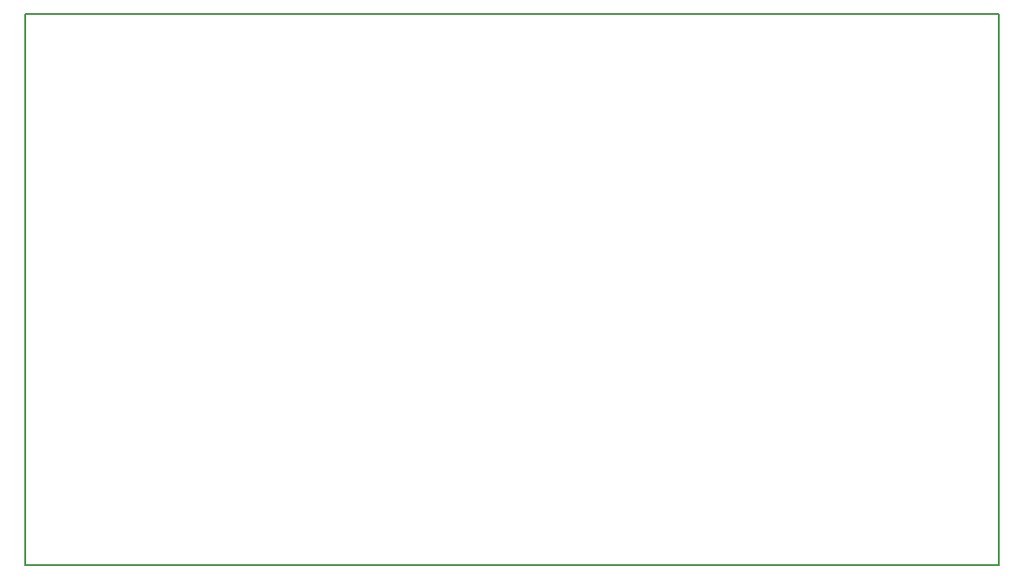
<source format=gbr>
G04 #@! TF.FileFunction,Profile,NP*
%FSLAX46Y46*%
G04 Gerber Fmt 4.6, Leading zero omitted, Abs format (unit mm)*
G04 Created by KiCad (PCBNEW 4.0.6) date Tuesday, August 01, 2017 'AMt' 06:59:47 AM*
%MOMM*%
%LPD*%
G01*
G04 APERTURE LIST*
%ADD10C,0.100000*%
%ADD11C,0.150000*%
G04 APERTURE END LIST*
D10*
D11*
X104267000Y-128016000D02*
X192659000Y-128016000D01*
X192659000Y-77978000D02*
X104267000Y-77978000D01*
X104267000Y-77978000D02*
X104267000Y-128016000D01*
X192659000Y-77978000D02*
X192659000Y-128016000D01*
M02*

</source>
